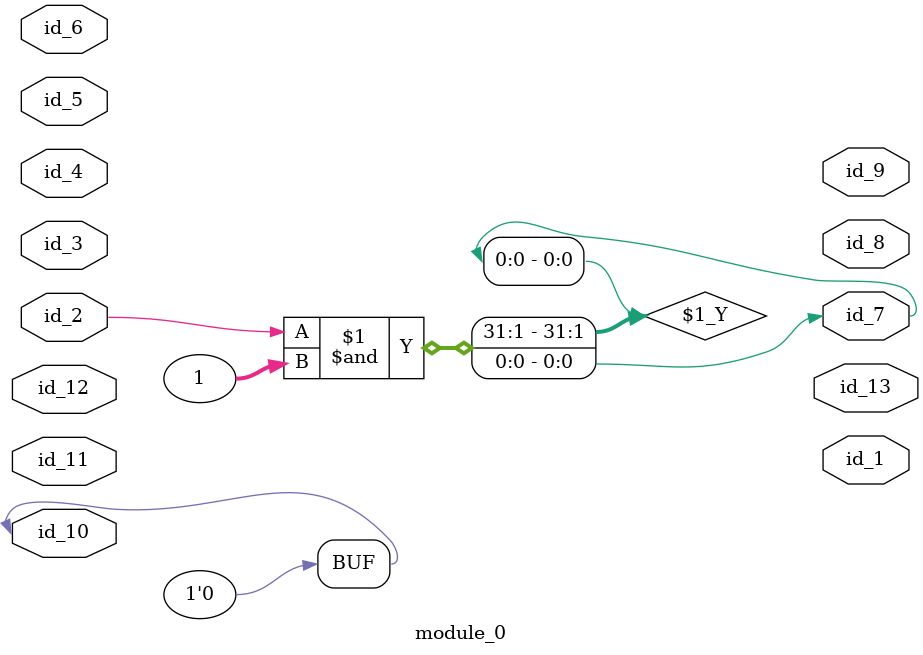
<source format=v>
module module_0 (
    id_1,
    id_2,
    id_3,
    id_4,
    id_5,
    id_6,
    id_7,
    id_8,
    id_9,
    id_10,
    id_11,
    id_12,
    id_13
);
  output id_13;
  input id_12;
  input id_11;
  inout id_10;
  output id_9;
  output id_8;
  output id_7;
  input id_6;
  input id_5;
  inout id_4;
  input id_3;
  inout id_2;
  output id_1;
  assign id_7  = id_2 & 1;
  assign id_10 = 1'b0;
endmodule

</source>
